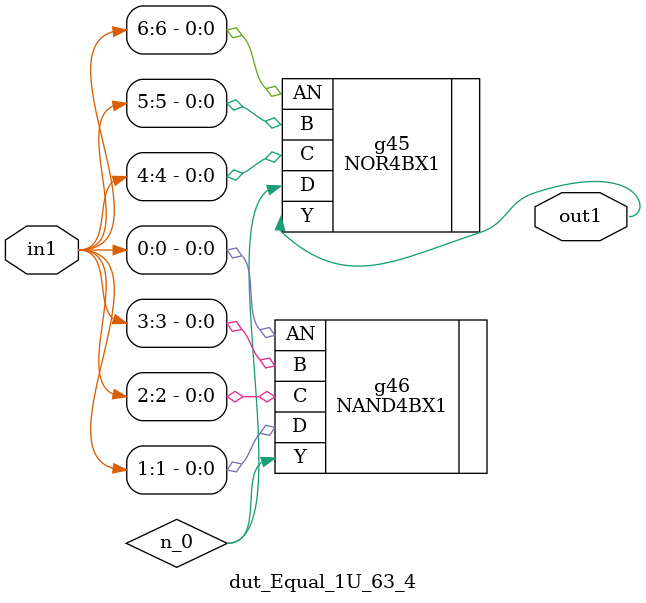
<source format=v>
`timescale 1ps / 1ps


module dut_Equal_1U_63_4(in1, out1);
  input [6:0] in1;
  output out1;
  wire [6:0] in1;
  wire out1;
  wire n_0;
  NOR4BX1 g45(.AN (in1[6]), .B (in1[5]), .C (in1[4]), .D (n_0), .Y
       (out1));
  NAND4BX1 g46(.AN (in1[0]), .B (in1[3]), .C (in1[2]), .D (in1[1]), .Y
       (n_0));
endmodule



</source>
